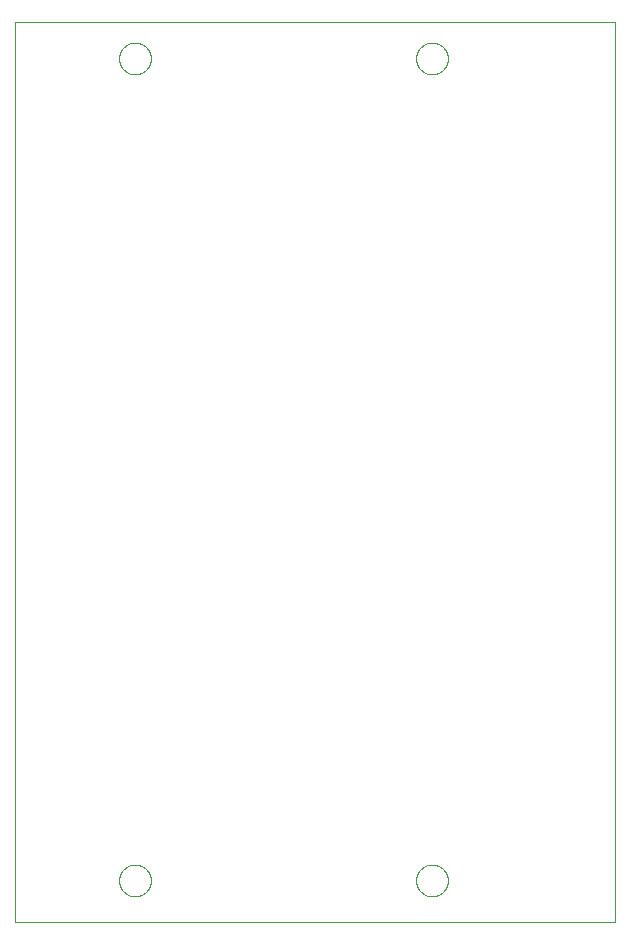
<source format=gbo>
G75*
%MOIN*%
%OFA0B0*%
%FSLAX25Y25*%
%IPPOS*%
%LPD*%
%AMOC8*
5,1,8,0,0,1.08239X$1,22.5*
%
%ADD10C,0.00000*%
D10*
X0001800Y0006800D02*
X0001800Y0306800D01*
X0201800Y0306800D01*
X0201800Y0006800D01*
X0001800Y0006800D01*
X0036500Y0020800D02*
X0036502Y0020945D01*
X0036508Y0021091D01*
X0036518Y0021236D01*
X0036532Y0021381D01*
X0036550Y0021525D01*
X0036572Y0021669D01*
X0036597Y0021812D01*
X0036627Y0021954D01*
X0036661Y0022096D01*
X0036698Y0022236D01*
X0036740Y0022375D01*
X0036785Y0022514D01*
X0036834Y0022651D01*
X0036886Y0022786D01*
X0036943Y0022920D01*
X0037003Y0023053D01*
X0037066Y0023183D01*
X0037133Y0023312D01*
X0037204Y0023439D01*
X0037278Y0023565D01*
X0037356Y0023688D01*
X0037437Y0023808D01*
X0037521Y0023927D01*
X0037608Y0024043D01*
X0037699Y0024157D01*
X0037792Y0024268D01*
X0037889Y0024377D01*
X0037989Y0024483D01*
X0038091Y0024586D01*
X0038196Y0024686D01*
X0038304Y0024784D01*
X0038415Y0024878D01*
X0038528Y0024969D01*
X0038644Y0025058D01*
X0038762Y0025143D01*
X0038882Y0025224D01*
X0039004Y0025303D01*
X0039129Y0025378D01*
X0039256Y0025449D01*
X0039384Y0025517D01*
X0039514Y0025582D01*
X0039647Y0025643D01*
X0039780Y0025700D01*
X0039915Y0025754D01*
X0040052Y0025803D01*
X0040190Y0025850D01*
X0040329Y0025892D01*
X0040469Y0025930D01*
X0040611Y0025965D01*
X0040753Y0025995D01*
X0040896Y0026022D01*
X0041039Y0026045D01*
X0041183Y0026064D01*
X0041328Y0026079D01*
X0041473Y0026090D01*
X0041618Y0026097D01*
X0041764Y0026100D01*
X0041909Y0026099D01*
X0042054Y0026094D01*
X0042200Y0026085D01*
X0042344Y0026072D01*
X0042489Y0026055D01*
X0042633Y0026034D01*
X0042776Y0026009D01*
X0042919Y0025981D01*
X0043060Y0025948D01*
X0043201Y0025911D01*
X0043341Y0025871D01*
X0043479Y0025827D01*
X0043617Y0025779D01*
X0043752Y0025727D01*
X0043887Y0025672D01*
X0044020Y0025613D01*
X0044151Y0025550D01*
X0044280Y0025484D01*
X0044408Y0025414D01*
X0044534Y0025341D01*
X0044657Y0025264D01*
X0044778Y0025184D01*
X0044898Y0025101D01*
X0045014Y0025014D01*
X0045129Y0024924D01*
X0045241Y0024831D01*
X0045350Y0024735D01*
X0045457Y0024637D01*
X0045560Y0024535D01*
X0045662Y0024430D01*
X0045760Y0024323D01*
X0045855Y0024213D01*
X0045947Y0024100D01*
X0046036Y0023985D01*
X0046122Y0023868D01*
X0046204Y0023748D01*
X0046283Y0023626D01*
X0046359Y0023502D01*
X0046432Y0023376D01*
X0046501Y0023248D01*
X0046566Y0023118D01*
X0046628Y0022987D01*
X0046686Y0022853D01*
X0046741Y0022719D01*
X0046791Y0022582D01*
X0046838Y0022445D01*
X0046882Y0022306D01*
X0046921Y0022166D01*
X0046957Y0022025D01*
X0046988Y0021883D01*
X0047016Y0021740D01*
X0047040Y0021597D01*
X0047060Y0021453D01*
X0047076Y0021308D01*
X0047088Y0021163D01*
X0047096Y0021018D01*
X0047100Y0020873D01*
X0047100Y0020727D01*
X0047096Y0020582D01*
X0047088Y0020437D01*
X0047076Y0020292D01*
X0047060Y0020147D01*
X0047040Y0020003D01*
X0047016Y0019860D01*
X0046988Y0019717D01*
X0046957Y0019575D01*
X0046921Y0019434D01*
X0046882Y0019294D01*
X0046838Y0019155D01*
X0046791Y0019018D01*
X0046741Y0018881D01*
X0046686Y0018747D01*
X0046628Y0018613D01*
X0046566Y0018482D01*
X0046501Y0018352D01*
X0046432Y0018224D01*
X0046359Y0018098D01*
X0046283Y0017974D01*
X0046204Y0017852D01*
X0046122Y0017732D01*
X0046036Y0017615D01*
X0045947Y0017500D01*
X0045855Y0017387D01*
X0045760Y0017277D01*
X0045662Y0017170D01*
X0045560Y0017065D01*
X0045457Y0016963D01*
X0045350Y0016865D01*
X0045241Y0016769D01*
X0045129Y0016676D01*
X0045014Y0016586D01*
X0044898Y0016499D01*
X0044778Y0016416D01*
X0044657Y0016336D01*
X0044534Y0016259D01*
X0044408Y0016186D01*
X0044280Y0016116D01*
X0044151Y0016050D01*
X0044020Y0015987D01*
X0043887Y0015928D01*
X0043752Y0015873D01*
X0043617Y0015821D01*
X0043479Y0015773D01*
X0043341Y0015729D01*
X0043201Y0015689D01*
X0043060Y0015652D01*
X0042919Y0015619D01*
X0042776Y0015591D01*
X0042633Y0015566D01*
X0042489Y0015545D01*
X0042344Y0015528D01*
X0042200Y0015515D01*
X0042054Y0015506D01*
X0041909Y0015501D01*
X0041764Y0015500D01*
X0041618Y0015503D01*
X0041473Y0015510D01*
X0041328Y0015521D01*
X0041183Y0015536D01*
X0041039Y0015555D01*
X0040896Y0015578D01*
X0040753Y0015605D01*
X0040611Y0015635D01*
X0040469Y0015670D01*
X0040329Y0015708D01*
X0040190Y0015750D01*
X0040052Y0015797D01*
X0039915Y0015846D01*
X0039780Y0015900D01*
X0039647Y0015957D01*
X0039514Y0016018D01*
X0039384Y0016083D01*
X0039256Y0016151D01*
X0039129Y0016222D01*
X0039004Y0016297D01*
X0038882Y0016376D01*
X0038762Y0016457D01*
X0038644Y0016542D01*
X0038528Y0016631D01*
X0038415Y0016722D01*
X0038304Y0016816D01*
X0038196Y0016914D01*
X0038091Y0017014D01*
X0037989Y0017117D01*
X0037889Y0017223D01*
X0037792Y0017332D01*
X0037699Y0017443D01*
X0037608Y0017557D01*
X0037521Y0017673D01*
X0037437Y0017792D01*
X0037356Y0017912D01*
X0037278Y0018035D01*
X0037204Y0018161D01*
X0037133Y0018288D01*
X0037066Y0018417D01*
X0037003Y0018547D01*
X0036943Y0018680D01*
X0036886Y0018814D01*
X0036834Y0018949D01*
X0036785Y0019086D01*
X0036740Y0019225D01*
X0036698Y0019364D01*
X0036661Y0019504D01*
X0036627Y0019646D01*
X0036597Y0019788D01*
X0036572Y0019931D01*
X0036550Y0020075D01*
X0036532Y0020219D01*
X0036518Y0020364D01*
X0036508Y0020509D01*
X0036502Y0020655D01*
X0036500Y0020800D01*
X0135500Y0020800D02*
X0135502Y0020945D01*
X0135508Y0021091D01*
X0135518Y0021236D01*
X0135532Y0021381D01*
X0135550Y0021525D01*
X0135572Y0021669D01*
X0135597Y0021812D01*
X0135627Y0021954D01*
X0135661Y0022096D01*
X0135698Y0022236D01*
X0135740Y0022375D01*
X0135785Y0022514D01*
X0135834Y0022651D01*
X0135886Y0022786D01*
X0135943Y0022920D01*
X0136003Y0023053D01*
X0136066Y0023183D01*
X0136133Y0023312D01*
X0136204Y0023439D01*
X0136278Y0023565D01*
X0136356Y0023688D01*
X0136437Y0023808D01*
X0136521Y0023927D01*
X0136608Y0024043D01*
X0136699Y0024157D01*
X0136792Y0024268D01*
X0136889Y0024377D01*
X0136989Y0024483D01*
X0137091Y0024586D01*
X0137196Y0024686D01*
X0137304Y0024784D01*
X0137415Y0024878D01*
X0137528Y0024969D01*
X0137644Y0025058D01*
X0137762Y0025143D01*
X0137882Y0025224D01*
X0138004Y0025303D01*
X0138129Y0025378D01*
X0138256Y0025449D01*
X0138384Y0025517D01*
X0138514Y0025582D01*
X0138647Y0025643D01*
X0138780Y0025700D01*
X0138915Y0025754D01*
X0139052Y0025803D01*
X0139190Y0025850D01*
X0139329Y0025892D01*
X0139469Y0025930D01*
X0139611Y0025965D01*
X0139753Y0025995D01*
X0139896Y0026022D01*
X0140039Y0026045D01*
X0140183Y0026064D01*
X0140328Y0026079D01*
X0140473Y0026090D01*
X0140618Y0026097D01*
X0140764Y0026100D01*
X0140909Y0026099D01*
X0141054Y0026094D01*
X0141200Y0026085D01*
X0141344Y0026072D01*
X0141489Y0026055D01*
X0141633Y0026034D01*
X0141776Y0026009D01*
X0141919Y0025981D01*
X0142060Y0025948D01*
X0142201Y0025911D01*
X0142341Y0025871D01*
X0142479Y0025827D01*
X0142617Y0025779D01*
X0142752Y0025727D01*
X0142887Y0025672D01*
X0143020Y0025613D01*
X0143151Y0025550D01*
X0143280Y0025484D01*
X0143408Y0025414D01*
X0143534Y0025341D01*
X0143657Y0025264D01*
X0143778Y0025184D01*
X0143898Y0025101D01*
X0144014Y0025014D01*
X0144129Y0024924D01*
X0144241Y0024831D01*
X0144350Y0024735D01*
X0144457Y0024637D01*
X0144560Y0024535D01*
X0144662Y0024430D01*
X0144760Y0024323D01*
X0144855Y0024213D01*
X0144947Y0024100D01*
X0145036Y0023985D01*
X0145122Y0023868D01*
X0145204Y0023748D01*
X0145283Y0023626D01*
X0145359Y0023502D01*
X0145432Y0023376D01*
X0145501Y0023248D01*
X0145566Y0023118D01*
X0145628Y0022987D01*
X0145686Y0022853D01*
X0145741Y0022719D01*
X0145791Y0022582D01*
X0145838Y0022445D01*
X0145882Y0022306D01*
X0145921Y0022166D01*
X0145957Y0022025D01*
X0145988Y0021883D01*
X0146016Y0021740D01*
X0146040Y0021597D01*
X0146060Y0021453D01*
X0146076Y0021308D01*
X0146088Y0021163D01*
X0146096Y0021018D01*
X0146100Y0020873D01*
X0146100Y0020727D01*
X0146096Y0020582D01*
X0146088Y0020437D01*
X0146076Y0020292D01*
X0146060Y0020147D01*
X0146040Y0020003D01*
X0146016Y0019860D01*
X0145988Y0019717D01*
X0145957Y0019575D01*
X0145921Y0019434D01*
X0145882Y0019294D01*
X0145838Y0019155D01*
X0145791Y0019018D01*
X0145741Y0018881D01*
X0145686Y0018747D01*
X0145628Y0018613D01*
X0145566Y0018482D01*
X0145501Y0018352D01*
X0145432Y0018224D01*
X0145359Y0018098D01*
X0145283Y0017974D01*
X0145204Y0017852D01*
X0145122Y0017732D01*
X0145036Y0017615D01*
X0144947Y0017500D01*
X0144855Y0017387D01*
X0144760Y0017277D01*
X0144662Y0017170D01*
X0144560Y0017065D01*
X0144457Y0016963D01*
X0144350Y0016865D01*
X0144241Y0016769D01*
X0144129Y0016676D01*
X0144014Y0016586D01*
X0143898Y0016499D01*
X0143778Y0016416D01*
X0143657Y0016336D01*
X0143534Y0016259D01*
X0143408Y0016186D01*
X0143280Y0016116D01*
X0143151Y0016050D01*
X0143020Y0015987D01*
X0142887Y0015928D01*
X0142752Y0015873D01*
X0142617Y0015821D01*
X0142479Y0015773D01*
X0142341Y0015729D01*
X0142201Y0015689D01*
X0142060Y0015652D01*
X0141919Y0015619D01*
X0141776Y0015591D01*
X0141633Y0015566D01*
X0141489Y0015545D01*
X0141344Y0015528D01*
X0141200Y0015515D01*
X0141054Y0015506D01*
X0140909Y0015501D01*
X0140764Y0015500D01*
X0140618Y0015503D01*
X0140473Y0015510D01*
X0140328Y0015521D01*
X0140183Y0015536D01*
X0140039Y0015555D01*
X0139896Y0015578D01*
X0139753Y0015605D01*
X0139611Y0015635D01*
X0139469Y0015670D01*
X0139329Y0015708D01*
X0139190Y0015750D01*
X0139052Y0015797D01*
X0138915Y0015846D01*
X0138780Y0015900D01*
X0138647Y0015957D01*
X0138514Y0016018D01*
X0138384Y0016083D01*
X0138256Y0016151D01*
X0138129Y0016222D01*
X0138004Y0016297D01*
X0137882Y0016376D01*
X0137762Y0016457D01*
X0137644Y0016542D01*
X0137528Y0016631D01*
X0137415Y0016722D01*
X0137304Y0016816D01*
X0137196Y0016914D01*
X0137091Y0017014D01*
X0136989Y0017117D01*
X0136889Y0017223D01*
X0136792Y0017332D01*
X0136699Y0017443D01*
X0136608Y0017557D01*
X0136521Y0017673D01*
X0136437Y0017792D01*
X0136356Y0017912D01*
X0136278Y0018035D01*
X0136204Y0018161D01*
X0136133Y0018288D01*
X0136066Y0018417D01*
X0136003Y0018547D01*
X0135943Y0018680D01*
X0135886Y0018814D01*
X0135834Y0018949D01*
X0135785Y0019086D01*
X0135740Y0019225D01*
X0135698Y0019364D01*
X0135661Y0019504D01*
X0135627Y0019646D01*
X0135597Y0019788D01*
X0135572Y0019931D01*
X0135550Y0020075D01*
X0135532Y0020219D01*
X0135518Y0020364D01*
X0135508Y0020509D01*
X0135502Y0020655D01*
X0135500Y0020800D01*
X0135500Y0294800D02*
X0135502Y0294945D01*
X0135508Y0295091D01*
X0135518Y0295236D01*
X0135532Y0295381D01*
X0135550Y0295525D01*
X0135572Y0295669D01*
X0135597Y0295812D01*
X0135627Y0295954D01*
X0135661Y0296096D01*
X0135698Y0296236D01*
X0135740Y0296375D01*
X0135785Y0296514D01*
X0135834Y0296651D01*
X0135886Y0296786D01*
X0135943Y0296920D01*
X0136003Y0297053D01*
X0136066Y0297183D01*
X0136133Y0297312D01*
X0136204Y0297439D01*
X0136278Y0297565D01*
X0136356Y0297688D01*
X0136437Y0297808D01*
X0136521Y0297927D01*
X0136608Y0298043D01*
X0136699Y0298157D01*
X0136792Y0298268D01*
X0136889Y0298377D01*
X0136989Y0298483D01*
X0137091Y0298586D01*
X0137196Y0298686D01*
X0137304Y0298784D01*
X0137415Y0298878D01*
X0137528Y0298969D01*
X0137644Y0299058D01*
X0137762Y0299143D01*
X0137882Y0299224D01*
X0138004Y0299303D01*
X0138129Y0299378D01*
X0138256Y0299449D01*
X0138384Y0299517D01*
X0138514Y0299582D01*
X0138647Y0299643D01*
X0138780Y0299700D01*
X0138915Y0299754D01*
X0139052Y0299803D01*
X0139190Y0299850D01*
X0139329Y0299892D01*
X0139469Y0299930D01*
X0139611Y0299965D01*
X0139753Y0299995D01*
X0139896Y0300022D01*
X0140039Y0300045D01*
X0140183Y0300064D01*
X0140328Y0300079D01*
X0140473Y0300090D01*
X0140618Y0300097D01*
X0140764Y0300100D01*
X0140909Y0300099D01*
X0141054Y0300094D01*
X0141200Y0300085D01*
X0141344Y0300072D01*
X0141489Y0300055D01*
X0141633Y0300034D01*
X0141776Y0300009D01*
X0141919Y0299981D01*
X0142060Y0299948D01*
X0142201Y0299911D01*
X0142341Y0299871D01*
X0142479Y0299827D01*
X0142617Y0299779D01*
X0142752Y0299727D01*
X0142887Y0299672D01*
X0143020Y0299613D01*
X0143151Y0299550D01*
X0143280Y0299484D01*
X0143408Y0299414D01*
X0143534Y0299341D01*
X0143657Y0299264D01*
X0143778Y0299184D01*
X0143898Y0299101D01*
X0144014Y0299014D01*
X0144129Y0298924D01*
X0144241Y0298831D01*
X0144350Y0298735D01*
X0144457Y0298637D01*
X0144560Y0298535D01*
X0144662Y0298430D01*
X0144760Y0298323D01*
X0144855Y0298213D01*
X0144947Y0298100D01*
X0145036Y0297985D01*
X0145122Y0297868D01*
X0145204Y0297748D01*
X0145283Y0297626D01*
X0145359Y0297502D01*
X0145432Y0297376D01*
X0145501Y0297248D01*
X0145566Y0297118D01*
X0145628Y0296987D01*
X0145686Y0296853D01*
X0145741Y0296719D01*
X0145791Y0296582D01*
X0145838Y0296445D01*
X0145882Y0296306D01*
X0145921Y0296166D01*
X0145957Y0296025D01*
X0145988Y0295883D01*
X0146016Y0295740D01*
X0146040Y0295597D01*
X0146060Y0295453D01*
X0146076Y0295308D01*
X0146088Y0295163D01*
X0146096Y0295018D01*
X0146100Y0294873D01*
X0146100Y0294727D01*
X0146096Y0294582D01*
X0146088Y0294437D01*
X0146076Y0294292D01*
X0146060Y0294147D01*
X0146040Y0294003D01*
X0146016Y0293860D01*
X0145988Y0293717D01*
X0145957Y0293575D01*
X0145921Y0293434D01*
X0145882Y0293294D01*
X0145838Y0293155D01*
X0145791Y0293018D01*
X0145741Y0292881D01*
X0145686Y0292747D01*
X0145628Y0292613D01*
X0145566Y0292482D01*
X0145501Y0292352D01*
X0145432Y0292224D01*
X0145359Y0292098D01*
X0145283Y0291974D01*
X0145204Y0291852D01*
X0145122Y0291732D01*
X0145036Y0291615D01*
X0144947Y0291500D01*
X0144855Y0291387D01*
X0144760Y0291277D01*
X0144662Y0291170D01*
X0144560Y0291065D01*
X0144457Y0290963D01*
X0144350Y0290865D01*
X0144241Y0290769D01*
X0144129Y0290676D01*
X0144014Y0290586D01*
X0143898Y0290499D01*
X0143778Y0290416D01*
X0143657Y0290336D01*
X0143534Y0290259D01*
X0143408Y0290186D01*
X0143280Y0290116D01*
X0143151Y0290050D01*
X0143020Y0289987D01*
X0142887Y0289928D01*
X0142752Y0289873D01*
X0142617Y0289821D01*
X0142479Y0289773D01*
X0142341Y0289729D01*
X0142201Y0289689D01*
X0142060Y0289652D01*
X0141919Y0289619D01*
X0141776Y0289591D01*
X0141633Y0289566D01*
X0141489Y0289545D01*
X0141344Y0289528D01*
X0141200Y0289515D01*
X0141054Y0289506D01*
X0140909Y0289501D01*
X0140764Y0289500D01*
X0140618Y0289503D01*
X0140473Y0289510D01*
X0140328Y0289521D01*
X0140183Y0289536D01*
X0140039Y0289555D01*
X0139896Y0289578D01*
X0139753Y0289605D01*
X0139611Y0289635D01*
X0139469Y0289670D01*
X0139329Y0289708D01*
X0139190Y0289750D01*
X0139052Y0289797D01*
X0138915Y0289846D01*
X0138780Y0289900D01*
X0138647Y0289957D01*
X0138514Y0290018D01*
X0138384Y0290083D01*
X0138256Y0290151D01*
X0138129Y0290222D01*
X0138004Y0290297D01*
X0137882Y0290376D01*
X0137762Y0290457D01*
X0137644Y0290542D01*
X0137528Y0290631D01*
X0137415Y0290722D01*
X0137304Y0290816D01*
X0137196Y0290914D01*
X0137091Y0291014D01*
X0136989Y0291117D01*
X0136889Y0291223D01*
X0136792Y0291332D01*
X0136699Y0291443D01*
X0136608Y0291557D01*
X0136521Y0291673D01*
X0136437Y0291792D01*
X0136356Y0291912D01*
X0136278Y0292035D01*
X0136204Y0292161D01*
X0136133Y0292288D01*
X0136066Y0292417D01*
X0136003Y0292547D01*
X0135943Y0292680D01*
X0135886Y0292814D01*
X0135834Y0292949D01*
X0135785Y0293086D01*
X0135740Y0293225D01*
X0135698Y0293364D01*
X0135661Y0293504D01*
X0135627Y0293646D01*
X0135597Y0293788D01*
X0135572Y0293931D01*
X0135550Y0294075D01*
X0135532Y0294219D01*
X0135518Y0294364D01*
X0135508Y0294509D01*
X0135502Y0294655D01*
X0135500Y0294800D01*
X0036500Y0294800D02*
X0036502Y0294945D01*
X0036508Y0295091D01*
X0036518Y0295236D01*
X0036532Y0295381D01*
X0036550Y0295525D01*
X0036572Y0295669D01*
X0036597Y0295812D01*
X0036627Y0295954D01*
X0036661Y0296096D01*
X0036698Y0296236D01*
X0036740Y0296375D01*
X0036785Y0296514D01*
X0036834Y0296651D01*
X0036886Y0296786D01*
X0036943Y0296920D01*
X0037003Y0297053D01*
X0037066Y0297183D01*
X0037133Y0297312D01*
X0037204Y0297439D01*
X0037278Y0297565D01*
X0037356Y0297688D01*
X0037437Y0297808D01*
X0037521Y0297927D01*
X0037608Y0298043D01*
X0037699Y0298157D01*
X0037792Y0298268D01*
X0037889Y0298377D01*
X0037989Y0298483D01*
X0038091Y0298586D01*
X0038196Y0298686D01*
X0038304Y0298784D01*
X0038415Y0298878D01*
X0038528Y0298969D01*
X0038644Y0299058D01*
X0038762Y0299143D01*
X0038882Y0299224D01*
X0039004Y0299303D01*
X0039129Y0299378D01*
X0039256Y0299449D01*
X0039384Y0299517D01*
X0039514Y0299582D01*
X0039647Y0299643D01*
X0039780Y0299700D01*
X0039915Y0299754D01*
X0040052Y0299803D01*
X0040190Y0299850D01*
X0040329Y0299892D01*
X0040469Y0299930D01*
X0040611Y0299965D01*
X0040753Y0299995D01*
X0040896Y0300022D01*
X0041039Y0300045D01*
X0041183Y0300064D01*
X0041328Y0300079D01*
X0041473Y0300090D01*
X0041618Y0300097D01*
X0041764Y0300100D01*
X0041909Y0300099D01*
X0042054Y0300094D01*
X0042200Y0300085D01*
X0042344Y0300072D01*
X0042489Y0300055D01*
X0042633Y0300034D01*
X0042776Y0300009D01*
X0042919Y0299981D01*
X0043060Y0299948D01*
X0043201Y0299911D01*
X0043341Y0299871D01*
X0043479Y0299827D01*
X0043617Y0299779D01*
X0043752Y0299727D01*
X0043887Y0299672D01*
X0044020Y0299613D01*
X0044151Y0299550D01*
X0044280Y0299484D01*
X0044408Y0299414D01*
X0044534Y0299341D01*
X0044657Y0299264D01*
X0044778Y0299184D01*
X0044898Y0299101D01*
X0045014Y0299014D01*
X0045129Y0298924D01*
X0045241Y0298831D01*
X0045350Y0298735D01*
X0045457Y0298637D01*
X0045560Y0298535D01*
X0045662Y0298430D01*
X0045760Y0298323D01*
X0045855Y0298213D01*
X0045947Y0298100D01*
X0046036Y0297985D01*
X0046122Y0297868D01*
X0046204Y0297748D01*
X0046283Y0297626D01*
X0046359Y0297502D01*
X0046432Y0297376D01*
X0046501Y0297248D01*
X0046566Y0297118D01*
X0046628Y0296987D01*
X0046686Y0296853D01*
X0046741Y0296719D01*
X0046791Y0296582D01*
X0046838Y0296445D01*
X0046882Y0296306D01*
X0046921Y0296166D01*
X0046957Y0296025D01*
X0046988Y0295883D01*
X0047016Y0295740D01*
X0047040Y0295597D01*
X0047060Y0295453D01*
X0047076Y0295308D01*
X0047088Y0295163D01*
X0047096Y0295018D01*
X0047100Y0294873D01*
X0047100Y0294727D01*
X0047096Y0294582D01*
X0047088Y0294437D01*
X0047076Y0294292D01*
X0047060Y0294147D01*
X0047040Y0294003D01*
X0047016Y0293860D01*
X0046988Y0293717D01*
X0046957Y0293575D01*
X0046921Y0293434D01*
X0046882Y0293294D01*
X0046838Y0293155D01*
X0046791Y0293018D01*
X0046741Y0292881D01*
X0046686Y0292747D01*
X0046628Y0292613D01*
X0046566Y0292482D01*
X0046501Y0292352D01*
X0046432Y0292224D01*
X0046359Y0292098D01*
X0046283Y0291974D01*
X0046204Y0291852D01*
X0046122Y0291732D01*
X0046036Y0291615D01*
X0045947Y0291500D01*
X0045855Y0291387D01*
X0045760Y0291277D01*
X0045662Y0291170D01*
X0045560Y0291065D01*
X0045457Y0290963D01*
X0045350Y0290865D01*
X0045241Y0290769D01*
X0045129Y0290676D01*
X0045014Y0290586D01*
X0044898Y0290499D01*
X0044778Y0290416D01*
X0044657Y0290336D01*
X0044534Y0290259D01*
X0044408Y0290186D01*
X0044280Y0290116D01*
X0044151Y0290050D01*
X0044020Y0289987D01*
X0043887Y0289928D01*
X0043752Y0289873D01*
X0043617Y0289821D01*
X0043479Y0289773D01*
X0043341Y0289729D01*
X0043201Y0289689D01*
X0043060Y0289652D01*
X0042919Y0289619D01*
X0042776Y0289591D01*
X0042633Y0289566D01*
X0042489Y0289545D01*
X0042344Y0289528D01*
X0042200Y0289515D01*
X0042054Y0289506D01*
X0041909Y0289501D01*
X0041764Y0289500D01*
X0041618Y0289503D01*
X0041473Y0289510D01*
X0041328Y0289521D01*
X0041183Y0289536D01*
X0041039Y0289555D01*
X0040896Y0289578D01*
X0040753Y0289605D01*
X0040611Y0289635D01*
X0040469Y0289670D01*
X0040329Y0289708D01*
X0040190Y0289750D01*
X0040052Y0289797D01*
X0039915Y0289846D01*
X0039780Y0289900D01*
X0039647Y0289957D01*
X0039514Y0290018D01*
X0039384Y0290083D01*
X0039256Y0290151D01*
X0039129Y0290222D01*
X0039004Y0290297D01*
X0038882Y0290376D01*
X0038762Y0290457D01*
X0038644Y0290542D01*
X0038528Y0290631D01*
X0038415Y0290722D01*
X0038304Y0290816D01*
X0038196Y0290914D01*
X0038091Y0291014D01*
X0037989Y0291117D01*
X0037889Y0291223D01*
X0037792Y0291332D01*
X0037699Y0291443D01*
X0037608Y0291557D01*
X0037521Y0291673D01*
X0037437Y0291792D01*
X0037356Y0291912D01*
X0037278Y0292035D01*
X0037204Y0292161D01*
X0037133Y0292288D01*
X0037066Y0292417D01*
X0037003Y0292547D01*
X0036943Y0292680D01*
X0036886Y0292814D01*
X0036834Y0292949D01*
X0036785Y0293086D01*
X0036740Y0293225D01*
X0036698Y0293364D01*
X0036661Y0293504D01*
X0036627Y0293646D01*
X0036597Y0293788D01*
X0036572Y0293931D01*
X0036550Y0294075D01*
X0036532Y0294219D01*
X0036518Y0294364D01*
X0036508Y0294509D01*
X0036502Y0294655D01*
X0036500Y0294800D01*
M02*

</source>
